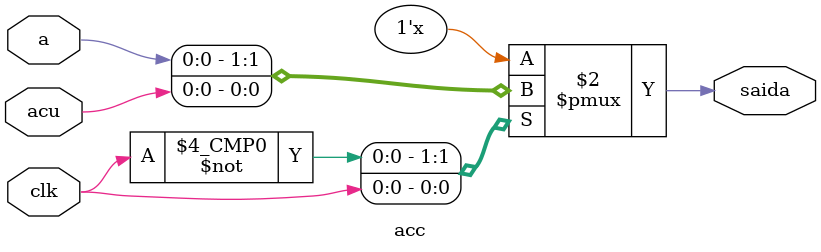
<source format=sv>
module acc(input logic clk, input logic a, input logic acu, output logic saida);
    always@(*) begin
		case (clk)
			1'b0: saida<=a;
			1'b1: saida<=acu;
		endcase
	end
endmodule
</source>
